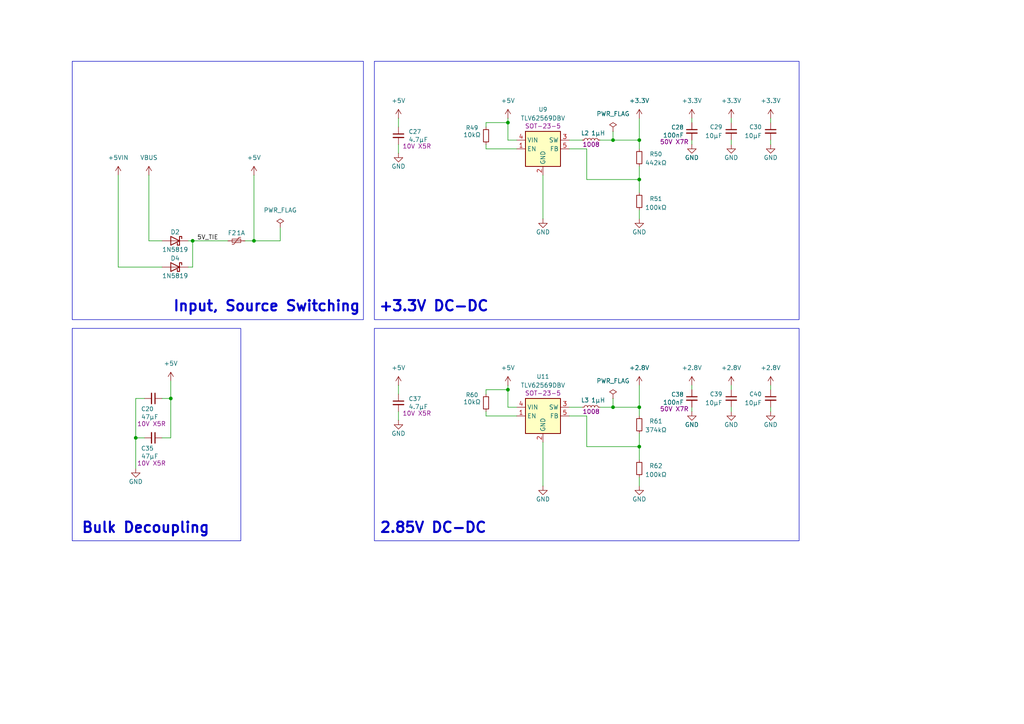
<source format=kicad_sch>
(kicad_sch (version 20250114) (generator "eeschema") (generator_version "9.0")
  (paper "A4")
  (title_block (title "GBSCSI2 Common Platform - Power, 3.3V+2.8V DC-DC, SCA") (date "2026-02-01") (rev "2.0") (comment 1 "Drawn by George R. M."))
  (lib_symbols
    (symbol "Device:C_Small" (pin_numbers (hide yes)) (pin_names (offset 0.254) (hide yes))
      (property "Reference" "C" (at 0.254 1.778 0))
      (property "Value" "C_Small" (at 0.254 -2.032 0))
      (symbol "C_Small_0_1"
        (polyline (pts (xy -1.524 0.508) (xy 1.524 0.508)) (stroke (width 0.3048)))
        (polyline (pts (xy -1.524 -0.508) (xy 1.524 -0.508)) (stroke (width 0.3302)))
      )
      (symbol "C_Small_1_1"
        (pin passive line (at 0 2.54 270) (length 2.032) (name "~") (number "1"))
        (pin passive line (at 0 -2.54 90) (length 2.032) (name "~") (number "2"))
      )
    )
    (symbol "Device:D_Schottky" (pin_numbers (hide yes)) (pin_names (offset 1.016) (hide yes))
      (property "Reference" "D" (at 0 2.54 0))
      (property "Value" "D_Schottky" (at 0 -2.54 0))
      (symbol "D_Schottky_0_1"
        (polyline (pts (xy -1.905 0.635) (xy -1.905 1.27) (xy -1.27 1.27) (xy -1.27 -1.27) (xy -0.635 -1.27) (xy -0.635 -0.635)) (stroke (width 0.254)))
        (polyline (pts (xy 1.27 1.27) (xy 1.27 -1.27) (xy -1.27 0) (xy 1.27 1.27)) (stroke (width 0.254)))
        (polyline (pts (xy 1.27 0) (xy -1.27 0)))
      )
      (symbol "D_Schottky_1_1"
        (pin passive line (at -3.81 0 0) (length 2.54) (name "K") (number "1"))
        (pin passive line (at 3.81 0 180) (length 2.54) (name "A") (number "2"))
      )
    )
    (symbol "Device:L_Small" (pin_numbers (hide yes)) (pin_names (offset 0.254) (hide yes))
      (property "Reference" "L" (at 0.762 1.016 0))
      (property "Value" "L_Small" (at 0.762 -1.016 0))
      (symbol "L_Small_0_1"
        (arc (start 0 2.032) (mid 0.5058 1.524) (end 0 1.016))
        (arc (start 0 1.016) (mid 0.5058 0.508) (end 0 0))
        (arc (start 0 0) (mid 0.5058 -0.508) (end 0 -1.016))
        (arc (start 0 -1.016) (mid 0.5058 -1.524) (end 0 -2.032))
      )
      (symbol "L_Small_1_1"
        (pin passive line (at 0 2.54 270) (length 0.508) (name "~") (number "1"))
        (pin passive line (at 0 -2.54 90) (length 0.508) (name "~") (number "2"))
      )
    )
    (symbol "Device:Polyfuse_Small" (pin_numbers (hide yes)) (pin_names (offset 0))
      (property "Reference" "F" (at -1.905 0 90))
      (property "Value" "Polyfuse_Small" (at 1.905 0 90))
      (symbol "Polyfuse_Small_0_1"
        (polyline (pts (xy -1.016 1.27) (xy -1.016 0.762) (xy 1.016 -0.762) (xy 1.016 -1.27)))
        (rectangle (start -0.508 1.27) (end 0.508 -1.27))
        (polyline (pts (xy 0 2.54) (xy 0 -2.54)))
      )
      (symbol "Polyfuse_Small_1_1"
        (pin passive line (at 0 2.54 270) (length 0.635) (name "~") (number "1"))
        (pin passive line (at 0 -2.54 90) (length 0.635) (name "~") (number "2"))
      )
    )
    (symbol "Device:R_Small" (pin_numbers (hide yes)) (pin_names (offset 0.254) (hide yes))
      (property "Reference" "R" (at 0 0 90))
      (property "Value" "R_Small" (at 1.778 0 90))
      (symbol "R_Small_0_1"
        (rectangle (start -0.762 1.778) (end 0.762 -1.778) (stroke (width 0.2032)))
      )
      (symbol "R_Small_1_1"
        (pin passive line (at 0 2.54 270) (length 0.762) (name "~") (number "1"))
        (pin passive line (at 0 -2.54 90) (length 0.762) (name "~") (number "2"))
      )
    )
    (symbol "Regulator_Switching:TLV62569DBV"
      (property "Reference" "U" (at -5.08 6.35 0))
      (property "Value" "TLV62569DBV" (at 0 6.35 0))
      (symbol "TLV62569DBV_0_1"
        (rectangle (start -5.08 5.08) (end 5.08 -5.08) (stroke (width 0.254)) (fill (type background)))
      )
      (symbol "TLV62569DBV_1_1"
        (pin power_in line (at -7.62 2.54 0) (length 2.54) (name "VIN") (number "4"))
        (pin input line (at -7.62 0 0) (length 2.54) (name "EN") (number "1"))
        (pin power_in line (at 0 -7.62 90) (length 2.54) (name "GND") (number "2"))
        (pin power_out line (at 7.62 2.54 180) (length 2.54) (name "SW") (number "3"))
        (pin input line (at 7.62 0 180) (length 2.54) (name "FB") (number "5"))
      )
    )
    (symbol "power:+2V8" (power) (pin_names (offset 0))
      (property "Value" "+2V8" (at 0 3.556 0))
      (symbol "+2V8_0_1"
        (polyline (pts (xy -0.762 1.27) (xy 0 2.54)))
        (polyline (pts (xy 0 2.54) (xy 0.762 1.27)))
        (polyline (pts (xy 0 0) (xy 0 2.54)))
      )
      (symbol "+2V8_1_1"
        (pin power_in line (at 0 0 90) (length 0) (hide yes) (name "+2V8") (number "1"))
      )
    )
    (symbol "power:+3.3V" (power) (pin_numbers (hide yes)) (pin_names (offset 0) (hide yes))
      (property "Value" "+3.3V" (at 0 3.556 0))
      (symbol "+3.3V_0_1"
        (polyline (pts (xy -0.762 1.27) (xy 0 2.54)))
        (polyline (pts (xy 0 2.54) (xy 0.762 1.27)))
        (polyline (pts (xy 0 0) (xy 0 2.54)))
      )
      (symbol "+3.3V_1_1"
        (pin power_in line (at 0 0 90) (length 0) (name "~") (number "1"))
      )
    )
    (symbol "power:+5V" (power) (pin_numbers (hide yes)) (pin_names (offset 0) (hide yes))
      (property "Value" "+5V" (at 0 3.556 0))
      (symbol "+5V_0_1"
        (polyline (pts (xy -0.762 1.27) (xy 0 2.54)))
        (polyline (pts (xy 0 2.54) (xy 0.762 1.27)))
        (polyline (pts (xy 0 0) (xy 0 2.54)))
      )
      (symbol "+5V_1_1"
        (pin power_in line (at 0 0 90) (length 0) (name "~") (number "1"))
      )
    )
    (symbol "power:GND" (power) (pin_numbers (hide yes)) (pin_names (offset 0) (hide yes))
      (property "Value" "GND" (at 0 -3.81 0))
      (symbol "GND_0_1"
        (polyline (pts (xy 0 0) (xy 0 -1.27) (xy 1.27 -1.27) (xy 0 -2.54) (xy -1.27 -1.27) (xy 0 -1.27)))
      )
      (symbol "GND_1_1"
        (pin power_in line (at 0 0 270) (length 0) (name "~") (number "1"))
      )
    )
    (symbol "power:PWR_FLAG" (power) (pin_numbers (hide yes)) (pin_names (offset 0) (hide yes))
      (property "Value" "PWR_FLAG" (at 0 3.81 0))
      (symbol "PWR_FLAG_0_0"
        (pin power_out line (at 0 0 90) (length 0) (name "~") (number "1"))
      )
      (symbol "PWR_FLAG_0_1"
        (polyline (pts (xy 0 0) (xy 0 1.27) (xy -1.016 1.905) (xy 0 2.54) (xy 1.016 1.905) (xy 0 1.27)))
      )
    )
    (symbol "power:VBUS" (power) (pin_numbers (hide yes)) (pin_names (offset 0) (hide yes))
      (property "Value" "VBUS" (at 0 3.556 0))
      (symbol "VBUS_0_1"
        (polyline (pts (xy -0.762 1.27) (xy 0 2.54)))
        (polyline (pts (xy 0 2.54) (xy 0.762 1.27)))
        (polyline (pts (xy 0 0) (xy 0 2.54)))
      )
      (symbol "VBUS_1_1"
        (pin power_in line (at 0 0 90) (length 0) (name "~") (number "1"))
      )
    )
  )
  (rectangle (start 108.585 17.78) (end 231.775 92.71))
  (rectangle (start 20.955 95.25) (end 69.85 156.845))
  (rectangle (start 108.585 95.25) (end 231.775 156.845))
  (rectangle (start 20.955 17.78) (end 105.41 92.71))
  (text "+3.3V DC-DC" (at 109.728 90.678 0) (effects (font (size 3 3) (thickness 0.6) (bold yes)) (justify left bottom)))
  (text "Bulk Decoupling" (at 23.495 154.94 0) (effects (font (size 3 3) (thickness 0.6) (bold yes)) (justify left bottom)))
  (text "Input, Source Switching" (at 50.038 90.678 0) (effects (font (size 3 3) (thickness 0.6) (bold yes)) (justify left bottom)))
  (text "2.85V DC-DC" (at 109.982 154.94 0) (effects (font (size 3 3) (thickness 0.6) (bold yes)) (justify left bottom)))
  (junction (at 55.88 69.85))
  (junction (at 185.42 52.07))
  (junction (at 39.37 127))
  (junction (at 185.42 40.64))
  (junction (at 49.53 115.57))
  (junction (at 147.32 35.56))
  (junction (at 73.66 69.85))
  (junction (at 177.8 40.64))
  (junction (at 147.32 113.03))
  (junction (at 185.42 129.54))
  (junction (at 177.8 118.11))
  (junction (at 185.42 118.11))
  (wire (pts (xy 147.32 118.11) (xy 149.86 118.11)))
  (wire (pts (xy 55.88 69.85) (xy 66.04 69.85)))
  (wire (pts (xy 212.09 111.76) (xy 212.09 113.03)))
  (wire (pts (xy 49.53 127) (xy 46.99 127)))
  (wire (pts (xy 39.37 127) (xy 39.37 135.89)))
  (wire (pts (xy 39.37 127) (xy 41.91 127)))
  (wire (pts (xy 185.42 34.29) (xy 185.42 40.64)))
  (wire (pts (xy 223.52 119.38) (xy 223.52 118.11)))
  (wire (pts (xy 73.66 69.85) (xy 81.28 69.85)))
  (wire (pts (xy 185.42 125.73) (xy 185.42 129.54)))
  (wire (pts (xy 54.61 69.85) (xy 55.88 69.85)))
  (wire (pts (xy 115.57 34.29) (xy 115.57 36.83)))
  (wire (pts (xy 165.1 43.18) (xy 170.18 43.18)))
  (wire (pts (xy 140.97 113.03) (xy 147.32 113.03)))
  (wire (pts (xy 173.99 118.11) (xy 177.8 118.11)))
  (wire (pts (xy 170.18 129.54) (xy 185.42 129.54)))
  (wire (pts (xy 165.1 118.11) (xy 168.91 118.11)))
  (wire (pts (xy 223.52 41.91) (xy 223.52 40.64)))
  (wire (pts (xy 212.09 34.29) (xy 212.09 35.56)))
  (wire (pts (xy 185.42 118.11) (xy 185.42 120.65)))
  (wire (pts (xy 140.97 35.56) (xy 147.32 35.56)))
  (wire (pts (xy 177.8 40.64) (xy 185.42 40.64)))
  (wire (pts (xy 140.97 35.56) (xy 140.97 36.83)))
  (wire (pts (xy 140.97 119.38) (xy 140.97 120.65)))
  (wire (pts (xy 34.29 77.47) (xy 46.99 77.47)))
  (wire (pts (xy 170.18 43.18) (xy 170.18 52.07)))
  (wire (pts (xy 212.09 41.91) (xy 212.09 40.64)))
  (wire (pts (xy 39.37 115.57) (xy 41.91 115.57)))
  (wire (pts (xy 200.66 119.38) (xy 200.66 118.11)))
  (wire (pts (xy 147.32 40.64) (xy 149.86 40.64)))
  (wire (pts (xy 147.32 35.56) (xy 147.32 34.29)))
  (wire (pts (xy 140.97 41.91) (xy 140.97 43.18)))
  (wire (pts (xy 170.18 52.07) (xy 185.42 52.07)))
  (wire (pts (xy 157.48 63.5) (xy 157.48 50.8)))
  (wire (pts (xy 185.42 138.43) (xy 185.42 140.97)))
  (wire (pts (xy 71.12 69.85) (xy 73.66 69.85)))
  (wire (pts (xy 115.57 41.91) (xy 115.57 44.45)))
  (wire (pts (xy 185.42 48.26) (xy 185.42 52.07)))
  (wire (pts (xy 170.18 120.65) (xy 170.18 129.54)))
  (wire (pts (xy 43.18 50.8) (xy 43.18 69.85)))
  (wire (pts (xy 49.53 115.57) (xy 49.53 127)))
  (wire (pts (xy 200.66 41.91) (xy 200.66 40.64)))
  (wire (pts (xy 55.88 69.85) (xy 55.88 77.47)))
  (wire (pts (xy 212.09 119.38) (xy 212.09 118.11)))
  (wire (pts (xy 49.53 115.57) (xy 46.99 115.57)))
  (wire (pts (xy 140.97 43.18) (xy 149.86 43.18)))
  (wire (pts (xy 115.57 119.38) (xy 115.57 121.92)))
  (wire (pts (xy 34.29 50.8) (xy 34.29 77.47)))
  (wire (pts (xy 147.32 113.03) (xy 147.32 111.76)))
  (wire (pts (xy 185.42 60.96) (xy 185.42 63.5)))
  (wire (pts (xy 223.52 111.76) (xy 223.52 113.03)))
  (wire (pts (xy 147.32 40.64) (xy 147.32 35.56)))
  (wire (pts (xy 157.48 140.97) (xy 157.48 128.27)))
  (wire (pts (xy 165.1 40.64) (xy 168.91 40.64)))
  (wire (pts (xy 39.37 115.57) (xy 39.37 127)))
  (wire (pts (xy 200.66 34.29) (xy 200.66 35.56)))
  (wire (pts (xy 49.53 110.49) (xy 49.53 115.57)))
  (wire (pts (xy 147.32 118.11) (xy 147.32 113.03)))
  (wire (pts (xy 185.42 40.64) (xy 185.42 43.18)))
  (wire (pts (xy 223.52 34.29) (xy 223.52 35.56)))
  (wire (pts (xy 200.66 111.76) (xy 200.66 113.03)))
  (wire (pts (xy 43.18 69.85) (xy 46.99 69.85)))
  (wire (pts (xy 177.8 118.11) (xy 185.42 118.11)))
  (wire (pts (xy 81.28 66.04) (xy 81.28 69.85)))
  (wire (pts (xy 165.1 120.65) (xy 170.18 120.65)))
  (wire (pts (xy 54.61 77.47) (xy 55.88 77.47)))
  (wire (pts (xy 140.97 120.65) (xy 149.86 120.65)))
  (wire (pts (xy 185.42 111.76) (xy 185.42 118.11)))
  (wire (pts (xy 115.57 111.76) (xy 115.57 114.3)))
  (wire (pts (xy 177.8 115.57) (xy 177.8 118.11)))
  (wire (pts (xy 185.42 52.07) (xy 185.42 55.88)))
  (wire (pts (xy 140.97 113.03) (xy 140.97 114.3)))
  (wire (pts (xy 73.66 69.85) (xy 73.66 50.8)))
  (wire (pts (xy 177.8 38.1) (xy 177.8 40.64)))
  (wire (pts (xy 173.99 40.64) (xy 177.8 40.64)))
  (wire (pts (xy 185.42 129.54) (xy 185.42 133.35)))
  (label "5V_TIE" (at 57.15 69.85 0))
  (symbol (lib_id "Device:L_Small") (at 171.45 118.11 90) (unit 1)
    (property "Reference" "L3" (at 169.672 116.078 90) (effects (font (size 1.2 1.2))))
    (property "Value" "1μH" (at 173.482 116.078 90))
    (property "Footprint" "Inductor_SMD:L_1008_2520Metric" (effects (hide yes)))
    (property "Datasheet" "https://jlcpcb.com/api/file/downloadByFileSystemAccessId/8590903638858543104" (effects (hide yes)))
    (property "LCSC" "C5832356" (effects (hide yes)))
    (property "Preferred MPN" "FTC252010S1R0MBCA" (effects (hide yes)))
    (property "Alternate Part Number" "IHHP1008AZER1R0M01" (effects (hide yes)))
    (property "Case/Package" "1008" (at 171.45 119.38 90))
    (property "Dimensions" "2.5x2.0mm" (effects (hide yes)))
  )
  (symbol (lib_id "Device:C_Small") (at 212.09 115.57 0) (unit 1)
    (property "Reference" "C39" (at 209.55 114.3062 0) (effects (font (size 1.2 1.2)) (justify right)))
    (property "Value" "10μF" (at 209.55 116.8462 0) (effects (justify right)))
    (property "Footprint" "Capacitor_SMD:C_0603_1608Metric" (effects (hide yes)))
    (property "LCSC" "C96446" (effects (hide yes)))
    (property "Preferred MPN" "CL10A106MA8NRNC" (effects (hide yes)))
    (property "Alternate Part Number" "GRM188R61E106KA73D" (effects (hide yes)))
    (property "Nominal Preferred Characteristics" "25V X5R" (effects (hide yes)))
    (property "Case/Package" "0603" (effects (hide yes)))
    (property "Dimensions" "1.6x0.8mm" (effects (hide yes)))
  )
  (symbol (lib_id "power:+5V") (at 49.53 110.49 0) (mirror y) (unit 1)
    (property "Reference" "#PWR0110" (effects (hide yes)))
    (property "Value" "+5V" (at 49.53 105.41 0))
  )
  (symbol (lib_id "power:GND") (at 223.52 119.38 0) (unit 1)
    (property "Reference" "#PWR0126" (effects (hide yes)))
    (property "Value" "GND" (at 223.52 123.19 0))
  )
  (symbol (lib_id "power:GND") (at 185.42 140.97 0) (unit 1)
    (property "Reference" "#PWR032" (effects (hide yes)))
    (property "Value" "GND" (at 185.42 144.78 0))
  )
  (symbol (lib_id "power:+5V") (at 34.29 50.8 0) (unit 1)
    (property "Reference" "#PWR081" (effects (hide yes)))
    (property "Value" "+5VIN" (at 34.29 45.72 0))
    (property "Description" "Power symbol creates a global label with name \"+5V\"" (effects (hide yes)))
  )
  (symbol (lib_id "power:GND") (at 212.09 41.91 0) (unit 1)
    (property "Reference" "#PWR091" (effects (hide yes)))
    (property "Value" "GND" (at 212.09 45.72 0))
  )
  (symbol (lib_id "power:+2V8") (at 223.52 111.76 0) (unit 1)
    (property "Reference" "#PWR076" (effects (hide yes)))
    (property "Value" "+2.8V" (at 223.52 106.68 0))
  )
  (symbol (lib_id "Device:C_Small") (at 223.52 38.1 0) (unit 1)
    (property "Reference" "C30" (at 220.98 36.8362 0) (effects (font (size 1.2 1.2)) (justify right)))
    (property "Value" "10μF" (at 220.98 39.3762 0) (effects (justify right)))
    (property "Footprint" "Capacitor_SMD:C_0603_1608Metric" (effects (hide yes)))
    (property "LCSC" "C96446" (effects (hide yes)))
    (property "Preferred MPN" "CL10A106MA8NRNC" (effects (hide yes)))
    (property "Alternate Part Number" "GRM188R61E106KA73D" (effects (hide yes)))
    (property "Nominal Preferred Characteristics" "25V X5R" (effects (hide yes)))
    (property "Case/Package" "0603" (effects (hide yes)))
    (property "Dimensions" "1.6x0.8mm" (effects (hide yes)))
  )
  (symbol (lib_id "power:GND") (at 157.48 63.5 0) (unit 1)
    (property "Reference" "#PWR084" (effects (hide yes)))
    (property "Value" "GND" (at 157.48 67.31 0))
  )
  (symbol (lib_id "power:+5V") (at 115.57 111.76 0) (unit 1)
    (property "Reference" "#PWR020" (effects (hide yes)))
    (property "Value" "+5V" (at 115.57 106.68 0))
  )
  (symbol (lib_id "Device:L_Small") (at 171.45 40.64 90) (unit 1)
    (property "Reference" "L2" (at 169.672 38.608 90) (effects (font (size 1.2 1.2))))
    (property "Value" "1μH" (at 173.482 38.608 90))
    (property "Footprint" "Inductor_SMD:L_1008_2520Metric" (effects (hide yes)))
    (property "Datasheet" "https://jlcpcb.com/api/file/downloadByFileSystemAccessId/8590903638858543104" (effects (hide yes)))
    (property "LCSC" "C5832356" (effects (hide yes)))
    (property "Preferred MPN" "FTC252010S1R0MBCA" (effects (hide yes)))
    (property "Alternate Part Number" "IHHP1008AZER1R0M01" (effects (hide yes)))
    (property "Case/Package" "1008" (at 171.45 41.91 90))
    (property "Dimensions" "2.5x2.0mm" (effects (hide yes)))
  )
  (symbol (lib_id "Device:D_Schottky") (at 50.8 77.47 0) (mirror y) (unit 1)
    (property "Reference" "D4" (at 50.8 74.93 0))
    (property "Value" "1N5819" (at 50.8 80.01 0))
    (property "Footprint" "Diode_SMD:D_SOD-123" (effects (hide yes)))
    (property "Description" "Schottky diode" (effects (hide yes)))
    (property "LCSC" "C191023" (effects (hide yes)))
    (property "LCSC Part #" "C82544" (effects (hide yes)))
  )
  (symbol (lib_id "power:VBUS") (at 43.18 50.8 0) (unit 1)
    (property "Reference" "#PWR082" (effects (hide yes)))
    (property "Value" "VBUS" (at 43.18 45.72 0))
    (property "Description" "Power symbol creates a global label with name \"VBUS\"" (effects (hide yes)))
  )
  (symbol (lib_id "Device:C_Small") (at 44.45 115.57 270) (unit 1)
    (property "Reference" "C20" (at 40.894 118.618 90) (effects (font (size 1.2 1.2)) (justify left)))
    (property "Value" "47μF" (at 40.894 120.9294 90) (effects (justify left)))
    (property "Footprint" "Capacitor_SMD:C_1206_3216Metric" (effects (hide yes)))
    (property "LCSC" "C96123" (effects (hide yes)))
    (property "Preferred MPN" "CL31A476MPHNNNE" (effects (hide yes)))
    (property "Nominal Preferred Characteristics" "10V X5R" (at 43.942 122.936 90))
    (property "Case/Package" "1206" (effects (hide yes)))
    (property "Dimensions" "1.0x0.5mm" (effects (hide yes)))
  )
  (symbol (lib_id "Regulator_Switching:TLV62569DBV") (at 157.48 43.18 0) (unit 1)
    (property "Reference" "U9" (at 157.48 31.75 0) (effects (font (size 1.2 1.2))))
    (property "Value" "TLV62569DBV" (at 157.48 34.29 0))
    (property "Footprint" "Package_TO_SOT_SMD:SOT-23-5" (effects (hide yes)))
    (property "Datasheet" "http://www.ti.com/lit/ds/symlink/tlv62569.pdf" (effects (hide yes)))
    (property "Description" "High Efficiency Synchronous Buck Converter, Adjustable Output 0.6V-5.5V, 2A, SOT-23-5" (effects (hide yes)))
    (property "Preferred MPN" "TLV62569DBVR" (effects (hide yes)))
    (property "Alternate Part Number" "TLV62568DBVR" (effects (hide yes)))
    (property "LCSC" "C141836" (effects (hide yes)))
    (property "Comment" "Buck Regulator" (effects (hide yes)))
    (property "Case/Package" "SOT-23-5" (at 157.48 36.576 0))
  )
  (symbol (lib_id "power:+5V") (at 73.66 50.8 0) (unit 1)
    (property "Reference" "#PWR085" (effects (hide yes)))
    (property "Value" "+5V" (at 73.66 45.72 0))
  )
  (symbol (lib_id "power:GND") (at 185.42 63.5 0) (unit 1)
    (property "Reference" "#PWR087" (effects (hide yes)))
    (property "Value" "GND" (at 185.42 67.31 0))
  )
  (symbol (lib_id "power:+3.3V") (at 212.09 34.29 0) (unit 1)
    (property "Reference" "#PWR090" (effects (hide yes)))
    (property "Value" "+3.3V" (at 212.09 29.21 0))
  )
  (symbol (lib_id "Device:R_Small") (at 140.97 39.37 0) (mirror x) (unit 1)
    (property "Reference" "R49" (at 136.906 37.084 0) (effects (font (size 1.2 1.2))))
    (property "Value" "10kΩ" (at 136.906 39.116 0))
    (property "Footprint" "Resistor_SMD:R_0402_1005Metric" (effects (hide yes)))
    (property "LCSC" "C25744" (effects (hide yes)))
    (property "Preferred MPN" "0402WGF1002TCE" (effects (hide yes)))
    (property "Alternate Part Number" "RC0402JR-0710KL" (effects (hide yes)))
    (property "Case/Package" "0402" (effects (hide yes)))
    (property "Dimensions" "1.0x0.5mm" (effects (hide yes)))
  )
  (symbol (lib_id "power:GND") (at 157.48 140.97 0) (unit 1)
    (property "Reference" "#PWR030" (effects (hide yes)))
    (property "Value" "GND" (at 157.48 144.78 0))
  )
  (symbol (lib_id "power:GND") (at 200.66 41.91 0) (unit 1)
    (property "Reference" "#PWR089" (effects (hide yes)))
    (property "Value" "GND" (at 200.66 45.72 0))
  )
  (symbol (lib_id "power:+5V") (at 147.32 111.76 0) (unit 1)
    (property "Reference" "#PWR029" (effects (hide yes)))
    (property "Value" "+5V" (at 147.32 106.68 0))
  )
  (symbol (lib_id "Device:R_Small") (at 185.42 58.42 0) (mirror y) (unit 1)
    (property "Reference" "R51" (at 190.246 57.658 0) (effects (font (size 1.2 1.2))))
    (property "Value" "100kΩ" (at 190.246 60.198 0))
    (property "Footprint" "Resistor_SMD:R_0402_1005Metric" (effects (hide yes)))
    (property "LCSC" "C25741" (effects (hide yes)))
    (property "Preferred MPN" "0402WGF1003TCE" (effects (hide yes)))
    (property "Alternate Part Number" "RC0402FR-07100KL" (effects (hide yes)))
    (property "Case/Package" "0402" (effects (hide yes)))
    (property "Dimensions" "1.0x0.5mm" (effects (hide yes)))
  )
  (symbol (lib_id "power:+2V8") (at 200.66 111.76 0) (unit 1)
    (property "Reference" "#PWR033" (effects (hide yes)))
    (property "Value" "+2.8V" (at 200.66 106.68 0))
  )
  (symbol (lib_id "power:+2V8") (at 212.09 111.76 0) (unit 1)
    (property "Reference" "#PWR074" (effects (hide yes)))
    (property "Value" "+2.8V" (at 212.09 106.68 0))
  )
  (symbol (lib_id "Device:C_Small") (at 115.57 39.37 0) (unit 1)
    (property "Reference" "C27" (at 118.491 38.2016 0) (effects (font (size 1.2 1.2)) (justify left)))
    (property "Value" "4.7μF" (at 118.491 40.513 0) (effects (justify left)))
    (property "Footprint" "Capacitor_SMD:C_0402_1005Metric" (effects (hide yes)))
    (property "LCSC" "C23733" (effects (hide yes)))
    (property "Preferred MPN" "CL05A475MP5NRNC" (effects (hide yes)))
    (property "Alternate Part Number" "GRM155R61E475ME15D" (effects (hide yes)))
    (property "Nominal Preferred Characteristics" "10V X5R" (at 120.904 42.418 0))
    (property "Case/Package" "0402" (effects (hide yes)))
    (property "Dimensions" "1.0x0.5mm" (effects (hide yes)))
  )
  (symbol (lib_id "Device:C_Small") (at 200.66 38.1 0) (unit 1)
    (property "Reference" "C28" (at 198.3486 36.9316 0) (effects (font (size 1.2 1.2)) (justify right)))
    (property "Value" "100nF" (at 198.3486 39.243 0) (effects (justify right)))
    (property "Footprint" "Capacitor_SMD:C_0402_1005Metric" (effects (hide yes)))
    (property "LCSC" "C307331" (effects (hide yes)))
    (property "Preferred MPN" "CL05B104KB54PNC" (effects (hide yes)))
    (property "Alternate Part Number" "GRM155R71H104KE14D" (effects (hide yes)))
    (property "Nominal Preferred Characteristics" "50V X7R" (at 195.58 41.148 0))
    (property "Case/Package" "0402" (effects (hide yes)))
    (property "Dimensions" "1.0x0.5mm" (effects (hide yes)))
  )
  (symbol (lib_id "power:GND") (at 212.09 119.38 0) (unit 1)
    (property "Reference" "#PWR075" (effects (hide yes)))
    (property "Value" "GND" (at 212.09 123.19 0))
  )
  (symbol (lib_id "Regulator_Switching:TLV62569DBV") (at 157.48 120.65 0) (unit 1)
    (property "Reference" "U11" (at 157.48 109.22 0) (effects (font (size 1.2 1.2))))
    (property "Value" "TLV62569DBV" (at 157.48 111.76 0))
    (property "Footprint" "Package_TO_SOT_SMD:SOT-23-5" (effects (hide yes)))
    (property "Datasheet" "http://www.ti.com/lit/ds/symlink/tlv62569.pdf" (effects (hide yes)))
    (property "Description" "High Efficiency Synchronous Buck Converter, Adjustable Output 0.6V-5.5V, 2A, SOT-23-5" (effects (hide yes)))
    (property "Preferred MPN" "TLV62569DBVR" (effects (hide yes)))
    (property "Alternate Part Number" "TLV62568DBVR" (effects (hide yes)))
    (property "LCSC" "C141836" (effects (hide yes)))
    (property "Comment" "Buck Regulator" (effects (hide yes)))
    (property "Case/Package" "SOT-23-5" (at 157.48 114.046 0))
  )
  (symbol (lib_id "power:GND") (at 200.66 119.38 0) (unit 1)
    (property "Reference" "#PWR073" (effects (hide yes)))
    (property "Value" "GND" (at 200.66 123.19 0))
  )
  (symbol (lib_id "power:PWR_FLAG") (at 177.8 38.1 0) (unit 1)
    (property "Reference" "#FLG04" (effects (hide yes)))
    (property "Value" "PWR_FLAG" (at 177.8 33.02 0))
    (property "Description" "Special symbol for telling ERC where power comes from" (effects (hide yes)))
  )
  (symbol (lib_id "Device:Polyfuse_Small") (at 68.58 69.85 90) (unit 1)
    (property "Reference" "F2" (at 67.31 67.564 90))
    (property "Value" "1A" (at 69.85 67.564 90))
    (property "Footprint" "Fuse:Fuse_0805_2012Metric" (effects (hide yes)))
    (property "Description" "Resettable fuse, polymeric positive temperature coefficient, small symbol" (effects (hide yes)))
    (property "LCSC" "C468888" (effects (hide yes)))
    (property "LCSC Part #" "C468888" (effects (hide yes)))
  )
  (symbol (lib_id "power:+2V8") (at 185.42 111.76 0) (unit 1)
    (property "Reference" "#PWR031" (effects (hide yes)))
    (property "Value" "+2.8V" (at 185.42 106.68 0))
  )
  (symbol (lib_id "power:GND") (at 39.37 135.89 0) (unit 1)
    (property "Reference" "#PWR0106" (effects (hide yes)))
    (property "Value" "GND" (at 39.37 139.7 0))
  )
  (symbol (lib_id "power:+3.3V") (at 223.52 34.29 0) (unit 1)
    (property "Reference" "#PWR092" (effects (hide yes)))
    (property "Value" "+3.3V" (at 223.52 29.21 0))
  )
  (symbol (lib_id "power:PWR_FLAG") (at 81.28 66.04 0) (unit 1)
    (property "Reference" "#FLG06" (effects (hide yes)))
    (property "Value" "PWR_FLAG" (at 81.28 60.96 0))
    (property "Description" "Special symbol for telling ERC where power comes from" (effects (hide yes)))
  )
  (symbol (lib_id "Device:R_Small") (at 140.97 116.84 0) (mirror x) (unit 1)
    (property "Reference" "R60" (at 136.906 114.554 0) (effects (font (size 1.2 1.2))))
    (property "Value" "10kΩ" (at 136.906 116.586 0))
    (property "Footprint" "Resistor_SMD:R_0402_1005Metric" (effects (hide yes)))
    (property "LCSC" "C25744" (effects (hide yes)))
    (property "Preferred MPN" "0402WGF1002TCE" (effects (hide yes)))
    (property "Alternate Part Number" "RC0402JR-0710KL" (effects (hide yes)))
    (property "Case/Package" "0402" (effects (hide yes)))
    (property "Dimensions" "1.0x0.5mm" (effects (hide yes)))
  )
  (symbol (lib_id "power:GND") (at 223.52 41.91 0) (unit 1)
    (property "Reference" "#PWR093" (effects (hide yes)))
    (property "Value" "GND" (at 223.52 45.72 0))
  )
  (symbol (lib_id "power:GND") (at 115.57 121.92 0) (unit 1)
    (property "Reference" "#PWR028" (effects (hide yes)))
    (property "Value" "GND" (at 115.57 125.73 0))
  )
  (symbol (lib_id "power:+3.3V") (at 200.66 34.29 0) (unit 1)
    (property "Reference" "#PWR088" (effects (hide yes)))
    (property "Value" "+3.3V" (at 200.66 29.21 0))
  )
  (symbol (lib_id "power:+3.3V") (at 185.42 34.29 0) (unit 1)
    (property "Reference" "#PWR086" (effects (hide yes)))
    (property "Value" "+3.3V" (at 185.42 29.21 0))
  )
  (symbol (lib_id "Device:C_Small") (at 200.66 115.57 0) (unit 1)
    (property "Reference" "C38" (at 198.3486 114.4016 0) (effects (font (size 1.2 1.2)) (justify right)))
    (property "Value" "100nF" (at 198.3486 116.713 0) (effects (justify right)))
    (property "Footprint" "Capacitor_SMD:C_0402_1005Metric" (effects (hide yes)))
    (property "LCSC" "C307331" (effects (hide yes)))
    (property "Preferred MPN" "CL05B104KB54PNC" (effects (hide yes)))
    (property "Alternate Part Number" "GRM155R71H104KE14D" (effects (hide yes)))
    (property "Nominal Preferred Characteristics" "50V X7R" (at 195.58 118.618 0))
    (property "Case/Package" "0402" (effects (hide yes)))
    (property "Dimensions" "1.0x0.5mm" (effects (hide yes)))
  )
  (symbol (lib_id "Device:C_Small") (at 115.57 116.84 0) (unit 1)
    (property "Reference" "C37" (at 118.491 115.6716 0) (effects (font (size 1.2 1.2)) (justify left)))
    (property "Value" "4.7μF" (at 118.491 117.983 0) (effects (justify left)))
    (property "Footprint" "Capacitor_SMD:C_0402_1005Metric" (effects (hide yes)))
    (property "LCSC" "C23733" (effects (hide yes)))
    (property "Preferred MPN" "CL05A475MP5NRNC" (effects (hide yes)))
    (property "Alternate Part Number" "GRM155R61E475ME15D" (effects (hide yes)))
    (property "Nominal Preferred Characteristics" "10V X5R" (at 120.904 119.888 0))
    (property "Case/Package" "0402" (effects (hide yes)))
    (property "Dimensions" "1.0x0.5mm" (effects (hide yes)))
  )
  (symbol (lib_id "Device:R_Small") (at 185.42 123.19 0) (mirror y) (unit 1)
    (property "Reference" "R61" (at 190.246 122.174 0))
    (property "Value" "374kΩ" (at 190.246 124.714 0))
    (property "Footprint" "Resistor_SMD:R_0402_1005Metric" (effects (hide yes)))
    (property "LCSC" "C25781" (effects (hide yes)))
  )
  (symbol (lib_id "Device:C_Small") (at 44.45 127 270) (unit 1)
    (property "Reference" "C35" (at 40.894 130.048 90) (effects (font (size 1.2 1.2)) (justify left)))
    (property "Value" "47μF" (at 40.894 132.3594 90) (effects (justify left)))
    (property "Footprint" "Capacitor_SMD:C_1206_3216Metric" (effects (hide yes)))
    (property "LCSC" "C96123" (effects (hide yes)))
    (property "Preferred MPN" "CL31A476MPHNNNE" (effects (hide yes)))
    (property "Nominal Preferred Characteristics" "10V X5R" (at 43.942 134.366 90))
    (property "Case/Package" "1206" (effects (hide yes)))
    (property "Dimensions" "1.0x0.5mm" (effects (hide yes)))
  )
  (symbol (lib_id "Device:R_Small") (at 185.42 135.89 0) (mirror y) (unit 1)
    (property "Reference" "R62" (at 190.246 135.128 0))
    (property "Value" "100kΩ" (at 190.246 137.668 0))
    (property "Footprint" "Resistor_SMD:R_0402_1005Metric" (effects (hide yes)))
    (property "LCSC" "C25741" (effects (hide yes)))
  )
  (symbol (lib_id "power:GND") (at 115.57 44.45 0) (unit 1)
    (property "Reference" "#PWR078" (effects (hide yes)))
    (property "Value" "GND" (at 115.57 48.26 0))
  )
  (symbol (lib_id "power:+5V") (at 115.57 34.29 0) (unit 1)
    (property "Reference" "#PWR077" (effects (hide yes)))
    (property "Value" "+5V" (at 115.57 29.21 0))
  )
  (symbol (lib_id "power:PWR_FLAG") (at 177.8 115.57 0) (unit 1)
    (property "Reference" "#FLG03" (effects (hide yes)))
    (property "Value" "PWR_FLAG" (at 177.8 110.49 0))
    (property "Description" "Special symbol for telling ERC where power comes from" (effects (hide yes)))
  )
  (symbol (lib_id "Device:D_Schottky") (at 50.8 69.85 0) (mirror y) (unit 1)
    (property "Reference" "D2" (at 50.8 67.31 0))
    (property "Value" "1N5819" (at 50.8 72.39 0))
    (property "Footprint" "Diode_SMD:D_SOD-123" (effects (hide yes)))
    (property "Description" "Schottky diode" (effects (hide yes)))
    (property "LCSC" "C191023" (effects (hide yes)))
    (property "LCSC Part #" "C82544" (effects (hide yes)))
  )
  (symbol (lib_id "Device:C_Small") (at 212.09 38.1 0) (unit 1)
    (property "Reference" "C29" (at 209.55 36.8362 0) (effects (font (size 1.2 1.2)) (justify right)))
    (property "Value" "10μF" (at 209.55 39.3762 0) (effects (justify right)))
    (property "Footprint" "Capacitor_SMD:C_0603_1608Metric" (effects (hide yes)))
    (property "LCSC" "C96446" (effects (hide yes)))
    (property "Preferred MPN" "CL10A106MA8NRNC" (effects (hide yes)))
    (property "Alternate Part Number" "GRM188R61E106KA73D" (effects (hide yes)))
    (property "Nominal Preferred Characteristics" "25V X5R" (effects (hide yes)))
    (property "Case/Package" "0603" (effects (hide yes)))
    (property "Dimensions" "1.6x0.8mm" (effects (hide yes)))
  )
  (symbol (lib_id "Device:R_Small") (at 185.42 45.72 0) (mirror y) (unit 1)
    (property "Reference" "R50" (at 190.246 44.704 0) (effects (font (size 1.2 1.2))))
    (property "Value" "442kΩ" (at 190.246 47.244 0))
    (property "Footprint" "Resistor_SMD:R_0402_1005Metric" (effects (hide yes)))
    (property "LCSC" "C5101" (effects (hide yes)))
    (property "Preferred MPN" "0402WGF4423TCE" (effects (hide yes)))
    (property "Alternate Part Number" "RC0402FR-07442KL" (effects (hide yes)))
    (property "Case/Package" "0402" (effects (hide yes)))
    (property "Dimensions" "1.0x0.5mm" (effects (hide yes)))
  )
  (symbol (lib_id "power:+5V") (at 147.32 34.29 0) (unit 1)
    (property "Reference" "#PWR083" (effects (hide yes)))
    (property "Value" "+5V" (at 147.32 29.21 0))
  )
  (symbol (lib_id "Device:C_Small") (at 223.52 115.57 0) (unit 1)
    (property "Reference" "C40" (at 220.98 114.3062 0) (effects (font (size 1.2 1.2)) (justify right)))
    (property "Value" "10μF" (at 220.98 116.8462 0) (effects (justify right)))
    (property "Footprint" "Capacitor_SMD:C_0603_1608Metric" (effects (hide yes)))
    (property "LCSC" "C96446" (effects (hide yes)))
    (property "Preferred MPN" "CL10A106MA8NRNC" (effects (hide yes)))
    (property "Alternate Part Number" "GRM188R61E106KA73D" (effects (hide yes)))
    (property "Nominal Preferred Characteristics" "25V X5R" (effects (hide yes)))
    (property "Case/Package" "0603" (effects (hide yes)))
    (property "Dimensions" "1.6x0.8mm" (effects (hide yes)))
  )
)
</source>
